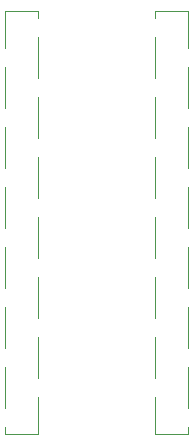
<source format=gbo>
G04 #@! TF.GenerationSoftware,KiCad,Pcbnew,9.0.6*
G04 #@! TF.CreationDate,2026-01-08T22:08:58-06:00*
G04 #@! TF.ProjectId,QFN-24_4x4_P0.5,51464e2d-3234-45f3-9478-345f50302e35,rev?*
G04 #@! TF.SameCoordinates,Original*
G04 #@! TF.FileFunction,Legend,Bot*
G04 #@! TF.FilePolarity,Positive*
%FSLAX46Y46*%
G04 Gerber Fmt 4.6, Leading zero omitted, Abs format (unit mm)*
G04 Created by KiCad (PCBNEW 9.0.6) date 2026-01-08 22:08:58*
%MOMM*%
%LPD*%
G01*
G04 APERTURE LIST*
%ADD10C,0.120000*%
%ADD11C,1.700000*%
%ADD12R,1.700000X1.700000*%
%ADD13R,2.510000X1.000000*%
G04 APERTURE END LIST*
D10*
X128160000Y-127556000D02*
X128160000Y-130666000D01*
X128160000Y-122476000D02*
X128160000Y-125936000D01*
X128160000Y-117396000D02*
X128160000Y-120856000D01*
X128160000Y-112316000D02*
X128160000Y-115776000D01*
X128160000Y-107236000D02*
X128160000Y-110696000D01*
X128160000Y-102156000D02*
X128160000Y-105616000D01*
X128160000Y-97076000D02*
X128160000Y-100536000D01*
X128160000Y-94886000D02*
X128160000Y-95456000D01*
X130920000Y-130666000D02*
X128160000Y-130666000D01*
X130920000Y-130096000D02*
X130920000Y-130666000D01*
X130920000Y-125016000D02*
X130920000Y-128476000D01*
X130920000Y-119936000D02*
X130920000Y-123396000D01*
X130920000Y-114856000D02*
X130920000Y-118316000D01*
X130920000Y-109776000D02*
X130920000Y-113236000D01*
X130920000Y-104696000D02*
X130920000Y-108156000D01*
X130920000Y-99616000D02*
X130920000Y-103076000D01*
X130920000Y-95456000D02*
X130920000Y-97996000D01*
X130920000Y-94886000D02*
X128160000Y-94886000D01*
X130920000Y-94886000D02*
X130920000Y-97996000D01*
X115460000Y-130096000D02*
X115460000Y-130666000D01*
X115460000Y-125016000D02*
X115460000Y-128476000D01*
X115460000Y-119936000D02*
X115460000Y-123396000D01*
X115460000Y-114856000D02*
X115460000Y-118316000D01*
X115460000Y-109776000D02*
X115460000Y-113236000D01*
X115460000Y-104696000D02*
X115460000Y-108156000D01*
X115460000Y-99616000D02*
X115460000Y-103076000D01*
X115460000Y-94886000D02*
X115460000Y-97996000D01*
X118220000Y-130666000D02*
X115460000Y-130666000D01*
X118220000Y-127556000D02*
X118220000Y-130666000D01*
X118220000Y-122476000D02*
X118220000Y-125936000D01*
X118220000Y-117396000D02*
X118220000Y-120856000D01*
X118220000Y-112316000D02*
X118220000Y-115776000D01*
X118220000Y-107236000D02*
X118220000Y-110696000D01*
X118220000Y-102156000D02*
X118220000Y-105616000D01*
X118220000Y-97076000D02*
X118220000Y-100536000D01*
X118220000Y-94886000D02*
X115460000Y-94886000D01*
X118220000Y-94886000D02*
X118220000Y-95456000D01*
%LPC*%
D11*
X134620000Y-129286000D03*
X134620000Y-126746000D03*
X134620000Y-124206000D03*
X134620000Y-121666000D03*
X134620000Y-119126000D03*
X134620000Y-116586000D03*
X134620000Y-114046000D03*
X134620000Y-111506000D03*
X134620000Y-108966000D03*
X134620000Y-106426000D03*
X134620000Y-103886000D03*
X134620000Y-101346000D03*
X134620000Y-98806000D03*
X134620000Y-96266000D03*
X111760000Y-129286000D03*
X111760000Y-126746000D03*
X111760000Y-124206000D03*
X111760000Y-121666000D03*
X111760000Y-119126000D03*
X111760000Y-116586000D03*
X111760000Y-114046000D03*
X111760000Y-111506000D03*
X111760000Y-108966000D03*
X111760000Y-106426000D03*
X111760000Y-103886000D03*
X111760000Y-101346000D03*
D12*
X111760000Y-98806000D03*
D11*
X111760000Y-96266000D03*
D13*
X131195000Y-129286000D03*
X127885000Y-126746000D03*
X131195000Y-124206000D03*
X127885000Y-121666000D03*
X131195000Y-119126000D03*
X127885000Y-116586000D03*
X131195000Y-114046000D03*
X127885000Y-111506000D03*
X131195000Y-108966000D03*
X127885000Y-106426000D03*
X131195000Y-103886000D03*
X127885000Y-101346000D03*
X131195000Y-98806000D03*
X127885000Y-96266000D03*
X115185000Y-129286000D03*
X118495000Y-126746000D03*
X115185000Y-124206000D03*
X118495000Y-121666000D03*
X115185000Y-119126000D03*
X118495000Y-116586000D03*
X115185000Y-114046000D03*
X118495000Y-111506000D03*
X115185000Y-108966000D03*
X118495000Y-106426000D03*
X115185000Y-103886000D03*
X118495000Y-101346000D03*
X115185000Y-98806000D03*
X118495000Y-96266000D03*
%LPD*%
M02*

</source>
